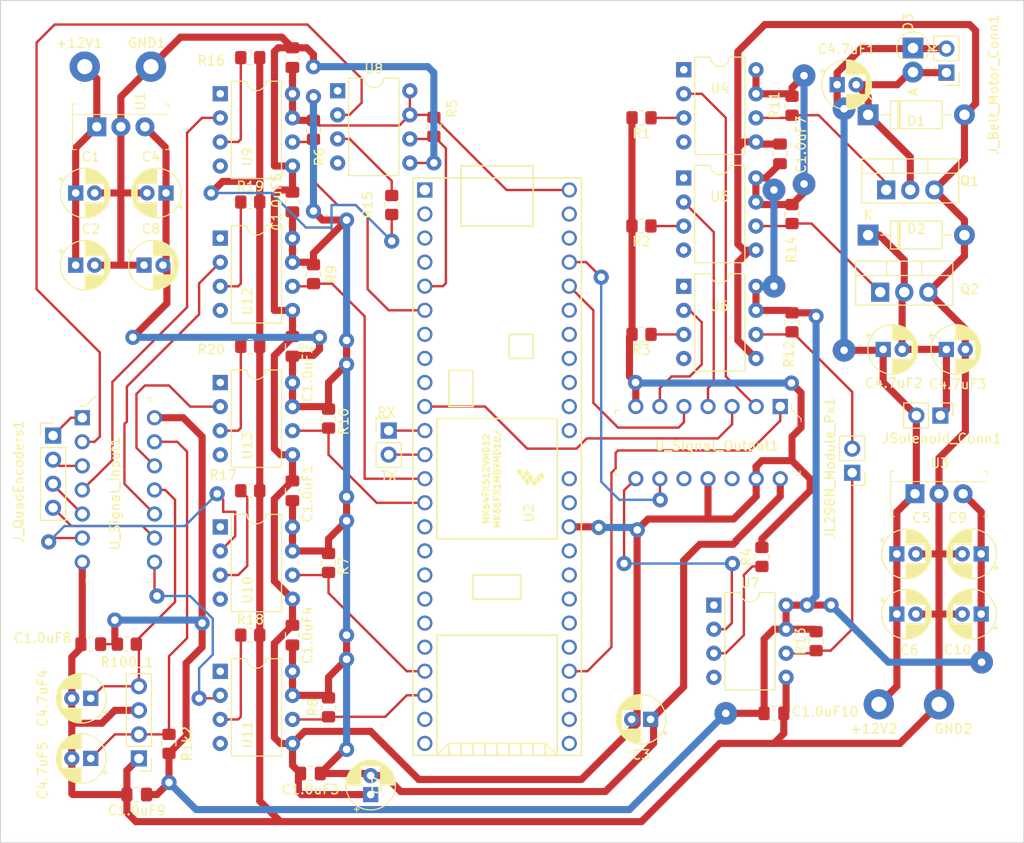
<source format=kicad_pcb>
(kicad_pcb (version 20221018) (generator pcbnew)
  (layers (0 "F.Cu" signal) (31 "B.Cu" signal) (34 "B.Paste" user) (35 "F.Paste" user) (36 "B.SilkS" user "B.Silkscreen") (37 "F.SilkS" user "F.Silkscreen") (38 "B.Mask" user) (39 "F.Mask" user) (44 "Edge.Cuts" user))
  (net 0 "")
  (net 1 "+12VA")
  (net 2 "GND1")
  (net 3 "+5VA")
  (net 4 "+5V")
  (net 5 "GND2")
  (net 6 "+12V")
  (net 7 "Net-(D1-K)")
  (net 8 "Net-(C4.7uF4-Pad1)")
  (net 9 "Net-(C4.7uF5-Pad1)")
  (net 10 "Net-(D2-K)")
  (net 11 "Net-(J1-Pin_1)")
  (net 12 "Net-(J_QuadEncoders1-Pad1)")
  (net 13 "Net-(J_QuadEncoders1-Pad2)")
  (net 14 "Net-(J_QuadEncoders1-Pad3)")
  (net 15 "Net-(J_QuadEncoders1-Pad4)")
  (net 16 "Net-(J1-Pin_2)")
  (net 17 "Net-(JL298N_Module_Px1-Pin_1)")
  (net 18 "Net-(JL298N_Module_Px1-Pin_2)")
  (net 19 "/QuadDecode1A_Px")
  (net 20 "/QuadDecode1B_Px")
  (net 21 "/QuadDecode2A_Py")
  (net 22 "/QuadDecode2B_Py")
  (net 23 "/Px_Limit_Left")
  (net 24 "/Px_Limit_Right")
  (net 25 "Net-(R15-Pad1)")
  (net 26 "Net-(R16-Pad1)")
  (net 27 "Net-(R17-Pad1)")
  (net 28 "Net-(R18-Pad1)")
  (net 29 "Net-(R19-Pad1)")
  (net 30 "Net-(R20-Pad1)")
  (net 31 "Net-(Q1-B)")
  (net 32 "Net-(Q2-B)")
  (net 33 "Net-(U4-C)")
  (net 34 "Net-(U5-C)")
  (net 35 "Net-(U6-C)")
  (net 36 "Net-(U7-C)")
  (net 37 "/pg2/QuadDecode1A_Px")
  (net 38 "/Belt_Motor")
  (net 39 "Net-(U8-C)")
  (net 40 "/Print_Solenoid")
  (net 53 "/Px_Motor_Left")
  (net 54 "/Px_Motor_Right")
  (net 65 "Net-(U8-Pad2)")
  (net 67 "Net-(U9-Pad2)")
  (net 69 "Net-(U10-Pad2)")
  (net 71 "Net-(U11-Pad2)")
  (net 73 "Net-(U12-Pad2)")
  (net 75 "Net-(U13-Pad2)")
  (net 88 "Net-(U4-A)")
  (net 90 "Net-(U5-A)")
  (net 92 "Net-(U6-A)")
  (net 94 "Net-(U7-A)")
  (net 96 "Net-(U8-A)")
  (footprint "Capacitor_SMD:C_0805_2012Metric_Pad1.18x1.45mm_HandSolder" (layer "F.Cu") (at 130.4925 96.2025 90)
    (fp_text reference "C1.0uF1")
    (fp_text value "C_Small" hide)
  )
  (footprint "Capacitor_THT:CP_Radial_D5.0mm_P2.00mm" (layer "F.Cu") (at 168.277612 120.3325 180)
    (fp_text reference "C3")
    (fp_text value "C_Polarized")
  )
  (footprint "Capacitor_THT:CP_Radial_D5.0mm_P2.00mm" (layer "F.Cu") (at 138.7475 128.272613 90)
    (fp_text reference "C7")
    (fp_text value "C_Polarized")
  )
  (footprint "Capacitor_SMD:C_0805_2012Metric_Pad1.18x1.45mm_HandSolder" (layer "F.Cu") (at 109.22 112.395 180)
    (fp_text reference "C1.0uF8")
    (fp_text value "C_Small" hide)
  )
  (footprint "Package_DIP:DIP-8_W7.62mm" (layer "F.Cu") (at 122.8825 84.7825)
    (fp_text reference "U13")
    (fp_text value "6N137" hide)
  )
  (footprint "Resistor_SMD:R_0805_2012Metric_Pad1.20x1.40mm_HandSolder" (layer "F.Cu") (at 185.7375 112.0775 90)
    (fp_text reference "R13")
    (fp_text value "RESISTOR0805")
  )
  (footprint "Package_DIP:DIP-8_W7.62mm" (layer "F.Cu") (at 122.8825 54.3025)
    (fp_text reference "U9")
    (fp_text value "6N137" hide)
  )
  (footprint "Capacitor_SMD:C_0805_2012Metric_Pad1.18x1.45mm_HandSolder" (layer "F.Cu") (at 130.4925 111.4425 90)
    (fp_text reference "C1.0uF4")
    (fp_text value "C_Small" hide)
  )
  (footprint "Package_TO_SOT_THT:TO-220-3_Vertical" (layer "F.Cu") (at 192.5 75.24)
    (fp_text reference "Q2")
    (fp_text value "TIP41C")
  )
  (footprint "Capacitor_SMD:C_0805_2012Metric_Pad1.18x1.45mm_HandSolder" (layer "F.Cu") (at 181.9275 60.6425 90)
    (fp_text reference "C1.0uF7")
    (fp_text value "C_Small" hide)
  )
  (footprint "Package_DIP:DIP-8_W7.62mm" (layer "F.Cu") (at 135.265 53.985)
    (fp_text reference "U8")
    (fp_text value "6N137")
  )
  (footprint "Capacitor_THT:CP_Radial_D5.0mm_P2.00mm" (layer "F.Cu") (at 203.1525 109.22 180)
    (fp_text reference "C10")
    (fp_text value "C_Polarized" hide)
  )
  (footprint "digikey-footprints:DIP-14_W3mm" (layer "F.Cu") (at 181.9575 87.3125 -90)
    (fp_text reference "U_Signal_Output1")
    (fp_text value "SN74HC14N")
  )
  (footprint "Capacitor_SMD:C_0805_2012Metric_Pad1.18x1.45mm_HandSolder" (layer "F.Cu") (at 130.4925 65.7225 90)
    (fp_text reference "C1.0uF5")
    (fp_text value "C_Small" hide)
  )
  (footprint "Resistor_SMD:R_0805_2012Metric_Pad1.20x1.40mm_HandSolder" (layer "F.Cu") (at 167.3225 79.6925 180)
    (fp_text reference "R3")
    (fp_text value "RESISTOR0805" hide)
  )
  (footprint "Capacitor_SMD:C_0805_2012Metric_Pad1.18x1.45mm_HandSolder" (layer "F.Cu") (at 114.0675 128.27 180)
    (fp_text reference "C1.0uF9")
    (fp_text value "C_Small")
  )
  (footprint "digikey-footprints:TO-220-3" (layer "F.Cu") (at 196.1675 96.52)
    (fp_text reference "U3")
    (fp_text value "L7805CV")
  )
  (footprint "Package_DIP:DIP-8_W7.62mm" (layer "F.Cu") (at 171.7775 51.7625)
    (fp_text reference "U4")
    (fp_text value "6N137")
  )
  (footprint "Package_DIP:DIP-8_W7.62mm" (layer "F.Cu") (at 174.9525 108.2775)
    (fp_text reference "U7")
    (fp_text value "6N137")
  )
  (footprint "Connector_PinHeader_2.54mm:PinHeader_1x02_P2.54mm_Vertical" (layer "F.Cu") (at 198.855 88.265 -90)
    (fp_text reference "JSolenoid_Conn1")
    (fp_text value "Conn_01x02_Male" hide)
  )
  (footprint "digikey-footprints:TO-220-3" (layer "F.Cu") (at 109.855 57.785)
    (fp_text reference "U1")
    (fp_text value "L7805CV")
  )
  (footprint "Resistor_SMD:R_0805_2012Metric_Pad1.20x1.40mm_HandSolder" (layer "F.Cu") (at 180.0225 103.1875 90)
    (fp_text reference "R4")
    (fp_text value "RESISTOR0805")
  )
  (footprint "Diode_THT:D_DO-41_SOD81_P2.54mm_Vertical_AnodeUp" (layer "F.Cu") (at 195.961 49.474234 -90)
    (fp_text reference "D3")
    (fp_text value "1N4001")
  )
  (footprint "Capacitor_THT:CP_Radial_D5.0mm_P2.00mm" (layer "F.Cu") (at 107.629888 64.77)
    (fp_text reference "C1")
    (fp_text value "C_Polarized" hide)
  )
  (footprint "Connector_PinHeader_2.54mm:PinHeader_1x04_P2.54mm_Vertical" (layer "F.Cu") (at 114.3 124.46 180)
    (fp_text reference "J_Px_Limit_Switches_13Gnd1" hide)
    (fp_text value "Conn_01x04_Male" hide)
  )
  (footprint "Capacitor_THT:CP_Radial_D5.0mm_P2.00mm" (layer "F.Cu") (at 203.1525 102.87 180)
    (fp_text reference "C9")
    (fp_text value "C_Polarized" hide)
  )
  (footprint "Resistor_SMD:R_0805_2012Metric_Pad1.20x1.40mm_HandSolder" (layer "F.Cu") (at 167.3225 56.8325 180)
    (fp_text reference "R1")
    (fp_text value "RESISTOR0805" hide)
  )
  (footprint "Resistor_SMD:R_0805_2012Metric_Pad1.20x1.40mm_HandSolder" (layer "F.Cu") (at 167.3125 68.2525 180)
    (fp_text reference "R2")
    (fp_text value "RESISTOR0805" hide)
  )
  (footprint "Package_DIP:DIP-8_W7.62mm" (layer "F.Cu") (at 171.7775 74.6225)
    (fp_text reference "U6")
    (fp_text value "6N137")
  )
  (footprint "Package_DIP:DIP-8_W7.62mm" (layer "F.Cu") (at 171.7675 63.1825)
    (fp_text reference "U5")
    (fp_text value "6N137")
  )
  (footprint "Capacitor_SMD:C_0805_2012Metric_Pad1.18x1.45mm_HandSolder" (layer "F.Cu") (at 181.2925 119.6975)
    (fp_text reference "C1.0uF10")
    (fp_text value "C_Small")
  )
  (footprint "Capacitor_THT:CP_Radial_D5.0mm_P2.00mm" (layer "F.Cu") (at 117.160113 64.77 180)
    (fp_text reference "C4")
    (fp_text value "C_Polarized" hide)
  )
  (footprint "Package_DIP:DIP-8_W7.62mm" (layer "F.Cu") (at 122.8825 100.0225)
    (fp_text reference "U10")
    (fp_text value "6N137" hide)
  )
  (footprint "Package_DIP:DIP-8_W7.62mm" (layer "F.Cu") (at 122.8825 115.2625)
    (fp_text reference "U11")
    (fp_text value "6N137" hide)
  )
  (footprint "Resistor_SMD:R_0805_2012Metric_Pad1.20x1.40mm_HandSolder" (layer "F.Cu") (at 134.3025 88.5825 90)
    (fp_text reference "R10")
    (fp_text value "RESISTOR0805" hide)
  )
  (footprint "Resistor_SMD:R_0805_2012Metric_Pad1.20x1.40mm_HandSolder" (layer "F.Cu") (at 134.3025 119.0625 90)
    (fp_text reference "R8")
    (fp_text value "RESISTOR0805" hide)
  )
  (footprint "Resistor_SMD:R_0805_2012Metric_Pad1.20x1.40mm_HandSolder" (layer "F.Cu") (at 126.0475 50.4825)
    (fp_text reference "R16")
    (fp_text value "RESISTOR0805" hide)
  )
  (footprint "Capacitor_SMD:C_0805_2012Metric_Pad1.18x1.45mm_HandSolder" (layer "F.Cu") (at 132.3975 126.0475 180)
    (fp_text reference "C1.0uF3")
    (fp_text value "C_Small" hide)
  )
  (footprint "digikey-footprints:DIP-14_W3mm" (layer "F.Cu") (at 108.325244 88.494755)
    (fp_text reference "U_Signal_Input1")
    (fp_text value "SN74HC14N")
  )
  (footprint "Resistor_SMD:R_0805_2012Metric_Pad1.20x1.40mm_HandSolder" (layer "F.Cu") (at 126.0475 96.2025)
    (fp_text reference "R17")
    (fp_text value "RESISTOR0805" hide)
  )
  (footprint "Capacitor_SMD:C_0805_2012Metric_Pad1.18x1.45mm_HandSolder" (layer "F.Cu") (at 130.4925 80.9625 90)
    (fp_text reference "C1.0uF2")
    (fp_text value "C_Small")
  )
  (footprint "Resistor_SMD:R_0805_2012Metric_Pad1.20x1.40mm_HandSolder" (layer "F.Cu") (at 113.03 112.395 180)
    (fp_text reference "R100_1")
    (fp_text value "RESISTOR0805" hide)
  )
  (footprint "Capacitor_THT:CP_Radial_D5.0mm_P2.00mm" (layer "F.Cu") (at 107.629888 72.39)
    (fp_text reference "C2")
    (fp_text value "C_Polarized" hide)
  )
  (footprint "Connector_PinHeader_2.54mm:PinHeader_1x02_P2.54mm_Vertical" (layer "F.Cu") (at 140.6525 89.8525)
    (fp_text reference "J1" hide)
    (fp_text value "Serial Connector" hide)
  )
  (footprint "Resistor_SMD:R_0805_2012Metric_Pad1.20x1.40mm_HandSolder" (layer "F.Cu") (at 126.0475 80.9625)
    (fp_text reference "R20")
    (fp_text value "RESISTOR0805" hide)
  )
  (footprint "Package_DIP:DIP-8_W7.62mm" (layer "F.Cu") (at 122.8825 69.5425)
    (fp_text reference "U12")
    (fp_text value "6N137" hide)
  )
  (footprint "Diode_THT:D_DO-41_SOD81_P10.16mm_Horizontal" (layer "F.Cu") (at 191.23 56.515)
    (fp_text reference "D1")
    (fp_text value "1N4002")
  )
  (footprint "Resistor_SMD:R_0805_2012Metric_Pad1.20x1.40mm_HandSolder" (layer "F.Cu") (at 126.0475 111.4425)
    (fp_text reference "R18")
    (fp_text value "RESISTOR0805" hide)
  )
  (footprint "Resistor_SMD:R_0805_2012Metric_Pad1.20x1.40mm_HandSolder" (layer "F.Cu") (at 132.715 73.3425 90)
    (fp_text reference "R9")
    (fp_text value "RESISTOR0805" hide)
  )
  (footprint "Capacitor_THT:CP_Radial_D5.0mm_P2.00mm" (layer "F.Cu") (at 199.485 81.28)
    (fp_text reference "C4.7uF3")
    (fp_text value "C_Polarized" hide)
  )
  (footprint "Resistor_SMD:R_0805_2012Metric_Pad1.20x1.40mm_HandSolder" (layer "F.Cu") (at 134.3025 103.8225 90)
    (fp_text reference "R7")
    (fp_text value "RESISTOR0805" hide)
  )
  (footprint "Resistor_SMD:R_0805_2012Metric_Pad1.20x1.40mm_HandSolder" (layer "F.Cu") (at 183.1975 66.9925 90)
    (fp_text reference "R14")
    (fp_text value "RESISTOR0805" hide)
  )
  (footprint "Resistor_SMD:R_0805_2012Metric_Pad1.20x1.40mm_HandSolder" (layer "F.Cu") (at 126.0475 65.7225)
    (fp_text reference "R19")
    (fp_text value "RESISTOR0805" hide)
  )
  (footprint "Capacitor_THT:CP_Radial_D5.0mm_P2.00mm" (layer "F.Cu") (at 194.2625 109.22)
    (fp_text reference "C6")
    (fp_text value "C_Polarized" hide)
  )
  (footprint "Capacitor_THT:CP_Radial_D5.0mm_P2.00mm" (layer "F.Cu") (at 194.2625 102.87)
    (fp_text reference "C5")
    (fp_text value "C_Polarized" hide)
  )
  (footprint "Capacitor_SMD:C_0805_2012Metric_Pad1.18x1.45mm_HandSolder" (layer "F.Cu") (at 130.4925 50.4825 90)
    (fp_text reference "C1.0uF6" hide)
    (fp_text value "C_Small" hide)
  )
  (footprint "Capacitor_THT:CP_Radial_D5.0mm_P2.00mm" (layer "F.Cu") (at 187.96 53.34)
    (fp_text reference "C4.7uF1")
    (fp_text value "C_Polarized" hide)
  )
  (footprint "teensy:Teensy35_36" (layer "F.Cu") (at 152.0825 93.6625 -90)
    (fp_text reference "U2")
    (fp_text value "Teensy3.5")
  )
  (footprint "Resistor_SMD:R_0805_2012Metric_Pad1.20x1.40mm_HandSolder" (layer "F.Cu") (at 183.1975 78.4225 90)
    (fp_text reference "R12")
    (fp_text value "RESISTOR0805" hide)
  )
  (footprint "Capacitor_THT:CP_Radial_D5.0mm_P2.00mm" (layer "F.Cu") (at 109.22 118.11 180)
    (fp_text reference "C4.7uF4")
    (fp_text value "C_Polarized" hide)
  )
  (footprint "Resistor_SMD:R_0805_2012Metric_Pad1.20x1.40mm_HandSolder" (layer "F.Cu") (at 140.97 66.04 -90)
    (fp_text reference "R15")
    (fp_text value "RESISTOR0805" hide)
  )
  (footprint "Connector_PinHeader_2.54mm:PinHeader_1x02_P2.54mm_Vertical" (layer "F.Cu") (at 199.485 52.07 180)
    (fp_text reference "J_Belt_Motor_Conn1")
    (fp_text value "Conn_01x02_Male" hide)
  )
  (footprint "Resistor_SMD:R_0805_2012Metric_Pad1.20x1.40mm_HandSolder" (layer "F.Cu") (at 183.1975 55.5625 90)
    (fp_text reference "R11")
    (fp_text value "RESISTOR0805" hide)
  )
  (footprint "Resistor_SMD:R_0805_2012Metric_Pad1.20x1.40mm_HandSolder" (layer "F.Cu") (at 132.715 58.1025 90)
    (fp_text reference "R6")
    (fp_text value "RESISTOR0805" hide)
  )
  (footprint "Capacitor_THT:CP_Radial_D5.0mm_P2.00mm" (layer "F.Cu") (at 114.84 72.39)
    (fp_text reference "C8")
    (fp_text value "C_Polarized" hide)
  )
  (footprint "Connector_PinHeader_2.54mm:PinHeader_1x02_P2.54mm_Vertical" (layer "F.Cu") (at 189.5475 94.3025 180)
    (fp_text reference "JL298N_Module_Px1")
    (fp_text value "Conn_01x02_Male" hide)
  )
  (footprint "Capacitor_THT:CP_Radial_D5.0mm_P2.00mm" (layer "F.Cu") (at 109.22 124.46 180)
    (fp_text reference "C4.7uF5")
    (fp_text value "C_Polarized" hide)
  )
  (footprint "Resistor_SMD:R_0805_2012Metric_Pad1.20x1.40mm_HandSolder" (layer "F.Cu") (at 117.475 122.92 -90)
    (fp_text reference "R1k2")
    (fp_text value "RESISTOR0805" hide)
  )
  (footprint "Resistor_SMD:R_0805_2012Metric_Pad1.20x1.40mm_HandSolder" (layer "F.Cu") (at 145.415 57.785 90)
    (fp_text reference "R5")
    (fp_text value "RESISTOR0805" hide)
  )
  (footprint "Capacitor_THT:CP_Radial_D5.0mm_P2.00mm" (layer "F.Cu") (at 192.814888 81.28)
    (fp_text reference "C4.7uF2")
    (fp_text value "C_Polarized" hide)
  )
  (footprint "Diode_THT:D_DO-41_SOD81_P10.16mm_Horizontal" (layer "F.Cu") (at 191.23 69.215)
    (fp_text reference "D2")
    (fp_text value "1N4002")
  )
  (footprint "Connector_PinHeader_2.54mm:PinHeader_1x04_P2.54mm_Vertical" (layer "F.Cu") (at 105.245244 90.382255)
    (fp_text reference "J_QuadEncoders1")
    (fp_text value "Conn_01x04_Male")
  )
  (footprint "Package_TO_SOT_THT:TO-220-3_Vertical" (layer "F.Cu") (at 193.135 64.445)
    (fp_text reference "Q1")
    (fp_text value "TIP41C")
  )
  (gr_rect (start 99.695 44.45) (end 207.645 133.35) (stroke (width 0.1)) (fill none) (layer "Edge.Cuts"))
  (gr_text "+12V2" (at 189.23 121.92) (layer "F.SilkS") (effects (font (size 1 1)) (justify left bottom)))
  (gr_text "RX" (at 139.3225 88.5225) (layer "F.SilkS") (effects (font (size 1 1)) (justify left bottom)))
  (gr_text "GND2" (at 198.12 121.92) (layer "F.SilkS") (effects (font (size 1 1)) (justify left bottom)))
  (gr_text "TX" (at 139.7 95.25) (layer "F.SilkS") (effects (font (size 1 1)) (justify left bottom)))
  (gr_text "+12V1" (at 105.41 49.53) (layer "F.SilkS") (effects (font (size 1 1)) (justify left bottom)))
  (gr_text "GND1" (at 113.03 49.53) (layer "F.SilkS") (effects (font (size 1 1)) (justify left bottom)))
  (segment (start 109.855 57.785) (end 109.855 52.705) (width 0.75) (layer "F.Cu") (net 1))
  (segment (start 107.629888 72.39) (end 107.629888 64.77) (width 0.75) (layer "F.Cu") (net 1))
  (segment (start 109.855 52.705) (end 108.585 51.435) (width 0.75) (layer "F.Cu") (net 1))
  (segment (start 107.629888 64.77) (end 107.629888 60.010112) (width 0.75) (layer "F.Cu") (net 1))
  (segment (start 107.629888 60.010112) (end 109.855 57.785) (width 0.75) (layer "F.Cu") (net 1))
  (via (at 108.585 51.435) (size 3.2) (drill 1.6) (layers "F.Cu" "B.Cu") (net 1))
  (segment (start 129.2225 64.4525) (end 130.26 64.4525) (width 0.75) (layer "F.Cu") (net 2))
  (segment (start 112.395 57.785) (end 112.395 54.61) (width 0.75) (layer "F.Cu") (net 2))
  (segment (start 115.160113 64.77) (end 112.395 64.77) (width 0.75) (layer "F.Cu") (net 2))
  (segment (start 179.4175 94.9325) (end 179.4175 96.8075) (width 0.75) (layer "F.Cu") (net 2))
  (segment (start 142.885 61.605) (end 145.405 61.605) (width 0.25) (layer "F.Cu") (net 2))
  (segment (start 143.8275 126.6825) (end 138.7475 121.6025) (width 0.75) (layer "F.Cu") (net 2))
  (segment (start 166.7175 87.3125) (end 166.7175 84.8025) (width 0.75) (layer "F.Cu") (net 2))
  (segment (start 131.1275 127.9525) (end 131.1275 126.28) (width 0.75) (layer "F.Cu") (net 2))
  (segment (start 166.3125 56.8425) (end 166.3225 56.8325) (width 0.75) (layer "F.Cu") (net 2))
  (segment (start 115.249888 72.39) (end 112.507556 72.39) (width 0.75) (layer "F.Cu") (net 2))
  (segment (start 166.0525 84.1375) (end 166.0525 79.9625) (width 0.75) (layer "F.Cu") (net 2))
  (segment (start 129.2325 122.8825) (end 128.5875 122.2375) (width 0.75) (layer "F.Cu") (net 2))
  (segment (start 174.371 99.187) (end 174.3375 99.1535) (width 0.75) (layer "F.Cu") (net 2))
  (segment (start 109.629888 64.77) (end 112.395 64.77) (width 0.75) (layer "F.Cu") (net 2))
  (segment (start 185.1025 96.2025) (end 185.1025 94.9325) (width 0.75) (layer "F.Cu") (net 2))
  (segment (start 166.856 100.352) (end 166.856 120.799) (width 0.75) (layer "F.Cu") (net 2))
  (segment (start 168.021 99.187) (end 166.878 100.33) (width 0.75) (layer "F.Cu") (net 2))
  (segment (start 112.395 72.277444) (end 112.282444 72.39) (width 0.75) (layer "F.Cu") (net 2))
  (segment (start 180.0225 93.0275) (end 179.3875 93.6625) (width 0.75) (layer "F.Cu") (net 2))
  (segment (start 128.5875 97.07) (end 130.4925 95.165) (width 0.75) (layer "F.Cu") (net 2))
  (segment (start 130.4925 80.021453) (end 130.4925 79.925) (width 0.75) (layer "F.Cu") (net 2))
  (segment (start 179.3875 93.6625) (end 179.4175 93.6925) (width 0.75) (layer "F.Cu") (net 2))
  (segment (start 130.5025 125.19) (end 130.5025 122.8825) (width 0.75) (layer "F.Cu") (net 2))
  (segment (start 166.7175 84.8025) (end 166.6875 84.7725) (width 0.75) (layer "F.Cu") (net 2))
  (segment (start 131.995 49.445) (end 132.715 50.165) (width 0.75) (layer "F.Cu") (net 2))
  (segment (start 130.4925 49.445) (end 131.995 49.445) (width 0.75) (layer "F.Cu") (net 2))
  (segment (start 183.1975 90.4875) (end 184.15 89.535) (width 0.75) (layer "F.Cu") (net 2))
  (segment (start 131.1275 127.9525) (end 131.447613 128.272613) (width 0.75) (layer "F.Cu") (net 2))
  (segment (start 128.5875 65.0875) (end 129.2225 64.4525) (width 0.75) (layer "F.Cu") (net 2))
  (segment (start 183.1975 93.0275) (end 183.1975 90.4875) (width 0.75) (layer "F.Cu") (net 2))
  (segment (start 130.5025 61.9225) (end 128.5975 61.9225) (width 0.75) (layer "F.Cu") (net 2))
  (segment (start 166.3225 68.2625) (end 166.3125 68.2525) (width 0.75) (layer "F.Cu") (net 2))
  (segment (start 162.2425 100.0125) (end 159.7025 100.0125) (width 0.75) (layer "F.Cu") (net 2))
  (segment (start 180.0225 102.1875) (end 180.0225 101.2825) (width 0.75) (layer "F.Cu") (net 2))
  (segment (start 128.5875 105.7275) (end 128.5875 97.07) (width 0.75) (layer "F.Cu") (net 2))
  (segment (start 183.1975 93.0275) (end 180.0225 93.0275) (width 0.75) (layer "F.Cu") (net 2))
  (segment (start 131.447613 128.272613) (end 138.7475 128.272613) (width 0.75) (layer "F.Cu") (net 2))
  (segment (start 131.7825 121.6025) (end 130.5025 122.8825) (width 0.75) (layer "F.Cu") (net 2))
  (segment (start 162.814 100.076) (end 162.8775 100.0125) (width 0.75) (layer "F.Cu") (net 2))
  (segment (start 138.7475 121.6025) (end 131.7825 121.6025) (width 0.75) (layer "F.Cu") (net 2))
  (segment (start 166.0525 79.9625) (end 166.3225 79.6925) (width 0.75) (layer "F.Cu") (net 2))
  (segment (start 179.4175 93.6925) (end 179.4175 94.9325) (width 0.75) (layer "F.Cu") (net 2))
  (segment (start 130.5025 79.915) (end 130.5025 77.1625) (width 0.75) (layer "F.Cu") (net 2))
  (segment (start 162.814 100.076) (end 162.306 100.076) (width 0.75) (layer "F.Cu") (net 2))
  (segment (start 166.878 100.33) (end 166.856 100.352) (width 0.75) (layer "F.Cu") (net 2))
  (segment (start 174.371 99.187) (end 168.021 99.187) (width 0.75) (layer "F.Cu") (net 2))
  (segment (start 128.99 49.445) (end 130.4925 49.445) (width 0.75) (layer "F.Cu") (net 2))
  (segment (start 130.5025 77.1625) (end 128.5975 77.1625) (width 0.75) (layer "F.Cu") (net 2))
  (segment (start 130.5025 95.155) (end 130.4925 95.165) (width 0.75) (layer "F.Cu") (net 2))
  (segment (start 132.715 50.165) (end 132.715 51.435) (width 0.75) (layer "F.Cu") (net 2))
  (segment (start 128.5875 122.2375) (end 128.5875 112.31) (width 0.75) (layer "F.Cu") (net 2))
  (segment (start 128.5875 112.31) (end 130.4925 110.405) (width 0.75) (layer "F.Cu") (net 2))
  (segment (start 179.4175 96.8075) (end 177.038 99.187) (width 0.75) (layer "F.Cu") (net 2))
  (segment (start 130.4925 64.685) (end 130.5025 64.675) (width 0.75) (layer "F.Cu") (net 2))
  (segment (start 184.15 85.852) (end 183.134 84.836) (width 0.75) (layer "F.Cu") (net 2))
  (segment (start 130.5025 107.6425) (end 128.5875 105.7275) (width 0.75) (layer "F.Cu") (net 2))
  (segment (start 128.5875 77.1525) (end 128.5875 65.0875) (width 0.75) (layer "F.Cu") (net 2))
  (segment (start 166.3125 68.2525) (end 166.3125 56.8425) (width 0.75) (layer "F.Cu") (net 2))
  (segment (start 131.36 126.0475) (end 130.5025 125.19) (width 0.75) (layer "F.Cu") (net 2))
  (segment (start 130.5025 64.675) (end 130.5025 61.9225) (width 0.75) (layer "F.Cu") (net 2))
  (segment (start 166.856 120.799) (end 160.9725 126.6825) (width 0.75) (layer "F.Cu") (net 2))
  (segment (start 130.4925 79.925) (end 130.5025 79.915) (width 0.75) (layer "F.Cu") (net 2))
  (segment (start 174.3375 99.1535) (end 174.3375 94.9325) (width 0.75) (layer "F.Cu") (net 2))
  (segment (start 128.5975 61.9225) (end 128.5975 49.8375) (width 0.75) (layer "F.Cu") (net 2))
  (segment (start 162.306 100.076) (end 162.2425 100.0125) (width 0.75) (layer "F.Cu") (net 2))
  (segment (start 118.68048 48.32452) (end 129.37202 48.32452) (width 0.75) (layer "F.Cu") (net 2))
  (segment (start 130.26 64.4525) (end 130.4925 64.685) (width 0.75) (layer "F.Cu") (net 2))
  (segment (start 130.5025 110.395) (end 130.5025 107.6425) (width 0.75) (layer "F.Cu") (net 2))
  (segment (start 160.9725 126.6825) (end 143.8275 126.6825) (width 0.75) (layer "F.Cu") (net 2))
  (segment (start 129.2325 92.4025) (end 128.5875 91.7575) (width 0.75) (layer "F.Cu") (net 2))
  (segment (start 166.3225 79.6925) (end 166.3225 68.2625) (width 0.75) (layer "F.Cu") (net 2))
  (segment (start 129.37202 48.32452) (end 130.4925 49.445) (width 0.75) (layer "F.Cu") (net 2))
  (segment (start 109.629888 72.39) (end 112.282444 72.39) (width 0.75) (layer "F.Cu") (net 2))
  (segment (start 130.5025 122.8825) (end 129.2325 122.8825) (width 0.75) (layer "F.Cu") (net 2))
  (segment (start 115.57 51.435) (end 118.68048 48.32452) (width 0.75) (layer "F.Cu") (net 2))
  (segment (start 177.038 99.187) (end 174.371 99.187) (width 0.75) (layer "F.Cu") (net 2))
  (segment (start 112.395 64.77) (end 112.395 57.785) (width 0.75) (layer "F.Cu") (net 2))
  (segment (start 180.0225 101.2825) (end 185.1025 96.2025) (width 0.75) (layer "F.Cu") (net 2))
  (segment (start 185.1025 94.9325) (end 183.1975 93.0275) (width 0.75) (layer "F.Cu") (net 2))
  (segment (start 128.5975 49.8375) (end 128.99 49.445) (width 0.75) (layer "F.Cu") (net 2))
  (segment (start 130.5025 92.4025) (end 130.5025 95.155) (width 0.75) (layer "F.Cu") (net 2))
  (segment (start 130.5025 92.4025) (end 129.2325 92.4025) (width 0.75) (layer "F.Cu") (net 2))
  (segment (start 128.5975 77.1625) (end 128.5875 77.1525) (width 0.75) (layer "F.Cu") (net 2))
  (segment (start 145.405 61.605) (end 145.415 61.595) (width 0.25) (layer "F.Cu") (net 2))
  (segment (start 184.15 89.535) (end 184.15 85.852) (width 0.75) (layer "F.Cu") (net 2))
  (segment (start 166.6875 84.7725) (end 166.0525 84.1375) (width 0.75) (layer "F.Cu") (net 2))
  (segment (start 130.4925 110.405) (end 130.5025 110.395) (width 0.75) (layer "F.Cu") (net 2))
  (segment (start 112.395 54.61) (end 115.57 51.435) (width 0.75) (layer "F.Cu") (net 2))
  (segment (start 128.5875 91.7575) (end 128.5875 81.926453) (width 0.75) (layer "F.Cu") (net 2))
  (segment (start 131.1275 126.28) (end 131.36 126.0475) (width 0.75) (layer "F.Cu") (net 2))
  (segment (start 112.395 64.77) (end 112.395 72.277444) (width 0.75) (layer "F.Cu") (net 2))
  (segment (start 128.5875 81.926453) (end 130.4925 80.021453) (width 0.75) (layer "F.Cu") (net 2))
  (via (at 162.814 100.076) (size 1.6) (drill 0.8) (layers "F.Cu" "B.Cu") (net 2))
  (via (at 145.415 61.595) (size 1.6) (drill 0.8) (layers "F.Cu" "B.Cu") (net 2))
  (via (at 132.715 51.435) (size 1.6) (drill 0.8) (layers "F.Cu" "B.Cu") (net 2))
  (via (at 166.878 100.33) (size 1.6) (drill 0.8) (layers "F.Cu" "B.Cu") (net 2))
  (via (at 183.134 84.836) (size 1.6) (drill 0.8) (layers "F.Cu" "B.Cu") (net 2))
  (via (at 166.6875 84.7725) (size 1.6) (drill 0.8) (layers "F.Cu" "B.Cu") (net 2))
  (via (at 115.57 51.435) (size 3.2) (drill 1.6) (layers "F.Cu" "B.Cu") (net 2))
  (segment (start 132.715 51.435) (end 144.78 51.435) (width 0.75) (layer "B.Cu") (net 2))
  (segment (start 145.415 52.07) (end 145.415 61.595) (width 0.75) (layer "B.Cu") (net 2))
  (segment (start 166.624 100.076) (end 162.814 100.076) (width 0.75) (layer "B.Cu") (net 2))
  (segment (start 166.878 100.33) (end 166.624 100.076) (width 0.75) (layer "B.Cu") (net 2))
  (segment (start 183.134 84.836) (end 166.751 84.836) (width 0.75) (layer "B.Cu") (net 2))
  (segment (start 166.751 84.836) (end 166.6875 84.7725) (width 0.75) (layer "B.Cu") (net 2))
  (segment (start 144.78 51.435) (end 145.415 52.07) (width 0.75) (layer "B.Cu") (net 2))
  (segment (start 134.3025 115.8875) (end 136.2075 113.9825) (width 0.75) (layer "F.Cu") (net 3))
  (segment (start 168.5925 120.0785) (end 168.5925 122.8725) (width 0.75) (layer "F.Cu") (net 3))
  (segment (start 140.242613 126.272613) (end 138.7475 126.272613) (width 0.75) (layer "F.Cu") (net 3))
  (segment (start 130.5025 102.5625) (end 130.5025 100.0225) (width 0.75) (layer "F.Cu") (net 3))
  (segment (start 130.4925 82) (end 130.5775 81.915) (width 0.75) (layer "F.Cu") (net 3))
  (segment (start 181.9575 96.8075) (end 177.292 101.473) (width 0.75) (layer "F.Cu") (net 3))
  (segment (start 163.5125 127.9525) (end 141.9225 127.9525) (width 0.75) (layer "F.Cu") (net 3))
  (segment (start 130.5025 117.8025) (end 134.0425 117.8025) (width 0.75) (layer "F.Cu") (net 3))
  (segment (start 130.5025 102.5625) (end 134.0425 102.5625) (width 0.75) (layer "F.Cu") (net 3))
  (segment (start 142.885 56.525) (end 142.885 53.985) (width 0.25) (layer "F.Cu") (net 3))
  (segment (start 171.7675 103.5685) (end 171.7675 116.9035) (width 0.75) (layer "F.Cu") (net 3))
  (segment (start 176.998456 101.854) (end 173.482 101.854) (width 0.75) (layer "F.Cu") (net 3))
  (segment (start 130.5025 56.8425) (end 130.5025 54.3025) (width 0.75) (layer "F.Cu") (net 3))
  (segment (start 130.4925 66.76) (end 130.5025 66.77) (width 0.75) (layer "F.Cu") (net 3))
  (segment (start 136.2075 113.9825) (end 136.2075 111.4425) (width 0.75) (layer "F.Cu") (net 3))
  (segment (start 134.3025 101.2825) (end 136.2075 99.3775) (width 0.75) (layer "F.Cu") (net 3))
  (segment (start 136.2075 123.5075) (end 135.975 123.5075) (width 0.75) (layer "F.Cu") (net 3))
  (segment (start 117.160113 72.300225) (end 117.249888 72.39) (width 0.75) (layer "F.Cu") (net 3))
  (segment (start 117.160113 60.010113) (end 117.160113 64.77) (width 0.75) (layer "F.Cu") (net 3))
  (segment (start 130.5025 82.01) (end 130.5025 84.7825) (width 0.75) (layer "F.Cu") (net 3))
  (segment (start 135.975 123.5075) (end 133.435 126.0475) (width 0.75) (layer "F.Cu") (net 3))
  (segment (start 130.5025 117.8025) (end 130.5025 115.2625) (width 0.75) (layer "F.Cu") (net 3))
  (segment (start 117.249888 72.39) (end 117.249888 76.425112) (width 0.75) (layer "F.Cu") (net 3))
  (segment (start 134.3025 84.7725) (end 136.2075 82.8675) (width 0.75) (layer "F.Cu") (net 3))
  (segment (start 132.715 71.12) (end 136.2075 67.6275) (width 0.75) (layer "F.Cu") (net 3))
  (segment (start 117.249888 76.425112) (end 113.665 80.01) (width 0.75) (layer "F.Cu") (net 3))
  (segment (start 177.292 101.560456) (end 176.998456 101.854) (width 0.75) (layer "F.Cu") (net 3))
  (segment (start 130.5025 87.3225) (end 130.5025 84.7825) (width 0.75) (layer "F.Cu") (net 3))
  (segment (start 136.2075 67.6275) (end 133.6675 67.6275) (width 0.75) (layer "F.Cu") (net 3))
  (segment (start 130.5025 115.2625) (end 130.5025 112.49) (width 0.75) (layer "F.Cu") (net 3))
  (segment (start 133.262011 57.649511) (end 132.715 57.1025) (width 0.25) (layer "F.Cu") (net 3))
  (segment (start 142.885 56.525) (end 141.760489 57.649511) (width 0.25) (layer "F.Cu") (net 3))
  (segment (start 130.5025 72.0825) (end 130.5025 69.5425) (width 0.75) (layer "F.Cu") (net 3))
  (segment (start 136.2075 99.3775) (end 136.2075 96.8375) (width 0.75) (layer "F.Cu") (net 3))
  (segment (start 141.9225 127.9525) (end 140.242613 126.272613) (width 0.75) (layer "F.Cu") (net 3))
  (segment (start 130.7625 57.1025) (end 130.5025 56.8425) (width 0.75) (layer "F.Cu") (net 3))
  (segment (start 130.5025 51.53) (end 130.5025 54.3025) (width 0.75) (layer "F.Cu") (net 3))
  (segment (start 132.715 57.1025) (end 130.7625 57.1025) (width 0.75) (layer "F.Cu") (net 3))
  (segment (start 130.5025 87.3225) (end 134.0425 87.3225) (width 0.75) (layer "F.Cu") (net 3))
  (segment (start 134.3025 87.5825) (end 134.3025 84.7725) (width 0.75) (layer "F.Cu") (net 3))
  (segment (start 117.160113 64.77) (end 117.160113 72.300225) (width 0.75) (layer "F.Cu") (net 3))
  (segment (start 177.292 101.473) (end 177.292 101.560456) (width 0.75) (layer "F.Cu") (net 3))
  (segment (start 130.5025 72.0825) (end 132.455 72.0825) (width 0.75) (layer "F.Cu") (net 3))
  (segment (start 141.760489 57.649511) (end 133.262011 57.649511) (width 0.25) (layer "F.Cu") (net 3))
  (segment (start 132.715 54.61) (end 132.715 57.1025) (width 0.75) (layer "F.Cu") (net 3))
  (segment (start 138.522387 126.0475) (end 138.7475 126.272613) (width 0.75) (layer "F.Cu") (net 3))
  (segment (start 145.415 56.785) (end 153.0825 64.4525) (width 0.25) (layer "F.Cu") (net 3))
  (segment (start 134.3025 118.0625) (end 134.3025 115.8875) (width 0.75) (layer "F.Cu") (net 3))
  (segment (start 132.715 72.3425) (end 132.715 71.12) (width 0.75) (layer "F.Cu") (net 3))
  (segment (start 130.5025 112.49) (end 130.4925 112.48) (width 0.75) (layer "F.Cu") (net 3))
  (segment (start 136.2075 82.8675) (end 136.2075 80.3275) (width 0.75) (layer "F.Cu") (net 3))
  (segment (start 173.482 101.854) (end 171.7675 103.5685) (width 0.75) (layer "F.Cu") (net 3))
  (segment (start 134.0425 87.3225) (end 134.3025 87.5825) (width 0.75) (layer "F.Cu") (net 3))
  (segment (start 171.7675 116.9035) (end 168.5925 120.0785) (width 0.75) (layer "F.Cu") (net 3))
  (segment (start 133.35 81.28) (end 133.35 80.01) (width 0.75) (layer "F.Cu") (net 3))
  (segment (start 114.935 57.785) (end 117.160113 60.010113) (width 0.75) (layer "F.Cu") (net 3))
  (segment (start 133.6675 67.6275) (end 132.715 66.675) (width 0.75) (layer "F.Cu") (net 3))
  (segment (start 134.0425 117.8025) (end 134.3025 118.0625) (width 0.75) (layer "F.Cu") (net 3))
  (segment (start 130.5025 66.77) (end 130.5025 69.5425) (width 0.75) (layer "F.Cu") (net 3))
  (segment (start 130.4925 82) (end 130.5025 82.01) (width 0.75) (layer "F.Cu") (net 3))
  (segment (start 133.435 126.0475) (end 138.522387 126.0475) (width 0.75) (layer "F.Cu") (net 3))
  (segment (start 181.9575 94.9325) (end 181.9575 96.8075) (width 0.75) (layer "F.Cu") (net 3))
  (segment (start 130.5025 97.25) (end 130.4925 97.24) (width 0.75) (layer "F.Cu") (net 3))
  (segment (start 130.5025 100.0225) (end 130.5025 97.25) (width 0.75) (layer "F.Cu") (net 3))
  (segment (start 134.0425 102.5625) (end 134.3025 102.8225) (width 0.75) (layer "F.Cu") (net 3))
  (segment (start 132.715 81.915) (end 133.35 81.28) (width 0.75) (layer "F.Cu") (net 3))
  (segment (start 168.5925 122.8725) (end 163.5125 127.9525) (width 0.75) (layer "F.Cu") (net 3))
  (segment (start 142.885 56.525) (end 145.155 56.525) (width 0.25) (layer "F.Cu") (net 3))
  (segment (start 130.5775 81.915) (end 132.715 81.915) (width 0.75) (layer "F.Cu") (net 3))
  (segment (start 134.3025 102.8225) (end 134.3025 101.2825) (width 0.75) (layer "F.Cu") (net 3))
  (segment (start 132.455 72.0825) (end 132.715 72.3425) (width 0.75) (layer "F.Cu") (net 3))
  (segment (start 145.155 56.525) (end 145.415 56.785) (width 0.25) (layer "F.Cu") (net 3))
  (segment (start 130.4925 51.52) (end 130.5025 51.53) (width 0.75) (layer "F.Cu") (net 3))
  (segment (start 153.0825 64.4525) (end 159.7025 64.4525) (width 0.25) (layer "F.Cu") (net 3))
  (via (at 136.2075 111.4425) (size 1.6) (drill 0.8) (layers "F.Cu" "B.Cu") (net 3))
  (via (at 132.715 66.675) (size 1.6) (drill 0.8) (layers "F.Cu" "B.Cu") (net 3))
  (via (at 136.2075 67.6275) (size 1.6) (drill 0.8) (layers "F.Cu" "B.Cu") (net 3))
  (via (at 136.2075 113.9825) (size 1.6) (drill 0.8) (layers "F.Cu" "B.Cu") (net 3))
  (via (at 113.665 80.01) (size 1.6) (drill 0.8) (layers "F.Cu" "B.Cu") (net 3))
  (via (at 133.35 80.01) (size 1.6) (drill 0.8) (layers "F.Cu" "B.Cu") (net 3))
  (via (at 136.2075 123.5075) (size 1.6) (drill 0.8) (layers "F.Cu" "B.Cu") (net 3))
  (via (at 136.2075 82.8675) (size 1.6) (drill 0.8) (layers "F.Cu" "B.Cu") (net 3))
  (via (at 136.2075 96.8375) (size 1.6) (drill 0.8) (layers "F.Cu" "B.Cu") (net 3))
  (via (at 136.2075 80.3275) (size 1.6) (drill 0.8) (layers "F.Cu" "B.Cu") (net 3))
  (via (at 136.2075 99.3775) (size 1.6) (drill 0.8) (layers "F.Cu" "B.Cu") (net 3))
  (via (at 132.715 54.61) (size 1.6) (drill 0.8) (layers "F.Cu" "B.Cu") (net 3))
  (segment (start 136.2075 82.8675) (end 136.2075 96.8375) (width 0.75) (layer "B.Cu") (net 3))
  (segment (start 133.35 80.01) (end 113.665 80.01) (width 0.75) (layer "B.Cu") (net 3))
  (segment (start 136.2075 123.5075) (end 136.2075 113.9825) (width 0.75) (layer "B.Cu") (net 3))
  (segment (start 132.715 54.61) (end 132.715 66.675) (width 0.75) (layer "B.Cu") (net 3))
  (segment (start 136.2075 111.4425) (end 136.2075 99.3775) (width 0.75) (layer "B.Cu") (net 3))
  (segment (start 136.2075 67.6275) (end 136.2075 80.3275) (width 0.75) (layer "B.Cu") (net 3))
  (segment (start 120.9675 110.1725) (end 120.9675 90.4875) (width 0.75) (layer "F.Cu") (net 4))
  (segment (start 183.1975 53.6575) (end 184.4675 52.3875) (width 0.75) (layer "F.Cu") (net 4))
  (segment (start 184.785 108.2675) (end 187.325 108.2675) (width 0.75) (layer "F.Cu") (net 4))
  (segment (start 183.1975 54.5625) (end 183.1975 53.6575) (width 0.75) (layer "F.Cu") (net 4))
  (segment (start 179.3975 54.3025) (end 179.3975 51.7625) (width 0.75) (layer "F.Cu") (net 4))
  (segment (start 203.1525 109.22) (end 203.1525 114.2525) (width 0.75) (layer "F.Cu") (net 4))
  (segment (start 179.3975 77.1625) (end 179.3975 74.6225) (width 0.75) (layer "F.Cu") (net 4))
  (segment (start 119.275489 122.119511) (end 119.275489 114.404511) (width 0.75) (layer "F.Cu") (net 4))
  (segment (start 179.3875 65.7225) (end 179.3875 63.1825) (width 0.75) (layer "F.Cu") (net 4))
  (segment (start 182.5725 110.8175) (end 182.5725 108.2775) (width 0.75) (layer "F.Cu") (net 4))
  (segment (start 179.3975 74.6225) (end 181.2825 74.6225) (width 0.75) (layer "F.Cu") (net 4))
  (segment (start 117.475 127) (end 117.475 123.92) (width 0.75) (layer "F.Cu") (net 4))
  (segment (start 183.1975 77.4225) (end 185.3725 77.4225) (width 0.75) (layer "F.Cu") (net 4))
  (segment (start 182.5725 108.2775) (end 184.775 108.2775) (width 0.75) (layer "F.Cu") (net 4))
  (segment (start 184.4675 64.7225) (end 183.1975 65.9925) (width 0.75) (layer "F.Cu") (net 4))
  (segment (start 203.1525 114.2525) (end 203.2 114.3) (width 0.75) (layer "F.Cu") (net 4))
  (segment (start 111.76 112.125) (end 112.03 112.395) (width 0.75) (layer "F.Cu") (net 4))
  (segment (start 179.3975 54.3025) (end 182.9375 54.3025) (width 0.75) (layer "F.Cu") (net 4))
  (segment (start 181.2925 110.8075) (end 181.3025 110.8175) (width 0.75) (layer "F.Cu") (net 4))
  (segment (start 183.1975 65.9925) (end 181.5625 65.9925) (width 0.75) (layer "F.Cu") (net 4))
  (segment (start 111.76 109.855) (end 111.76 112.125) (width 0.75) (layer "F.Cu") (net 4))
  (segment (start 180.255 111.845) (end 181.2925 110.8075) (width 0.75) (layer "F.Cu") (net 4))
  (segment (start 201.2475 96.52) (end 203.1525 98.425) (width 0.75) (layer "F.Cu") (net 4))
  (segment (start 179.3875 63.1825) (end 180.425 63.1825) (width 0.75) (layer "F.Cu") (net 4))
  (segment (start 185.7375 111.0775) (end 185.4775 110.8175) (width 0.75) (layer "F.Cu") (net 4))
  (segment (start 181.2825 74.6225) (end 181.2925 74.6125) (width 0.75) (layer "F.Cu") (net 4))
  (segment (start 179.6575 65.9925) (end 179.3875 65.7225) (width 0.75) (layer "F.Cu") (net 4))
  (segment (start 184.4675 63.8175) (end 184.4675 64.7225) (width 0.75) (layer "F.Cu") (net 4))
  (segment (start 181.5625 65.9925) (end 181.2925 65.7225) (width 0.75) (layer "F.Cu") (net 4))
  (segment (start 181.5625 65.9925) (end 179.6575 65.9925) (width 0.75) (layer "F.Cu") (net 4))
  (segment (start 185.4775 110.8175) (end 182.5725 110.8175) (width 0.75) (layer "F.Cu") (net 4))
  (segment (start 120.9675 90.4875) (end 118.974755 88.494755) (width 0.75) (layer "F.Cu") (net 4))
  (segment (start 176.2125 119.6975) (end 180.255 119.6975) (width 0.75) (layer "F.Cu") (net 4))
  (segment (start 180.425 63.1825) (end 181.9275 61.68) (width 0.75) (layer "F.Cu") (net 4))
  (segment (start 181.2925 65.7225) (end 181.2925 64.4525) (width 0.75) (layer "F.Cu") (net 4))
  (segment (start 119.275489 114.404511) (end 120.9675 112.7125) (width 0.75) (layer "F.Cu") (net 4))
  (segment (start 183.1975 77.4225) (end 182.9375 77.1625) (width 0.75) (layer "F.Cu") (net 4))
  (segment (start 185.3725 77.4225) (end 185.7375 77.7875) (width 0.75) (layer "F.Cu") (net 4))
  (segment (start 182.9375 54.3025) (end 183.1975 54.5625) (width 0.75) (layer "F.Cu") (net 4))
  (segment (start 181.3025 110.8175) (end 182.5725 110.8175) (width 0.75) (layer "F.Cu") (net 4))
  (segment (start 120.9675 112.7125) (end 120.9675 110.1725) (width 0.75) (layer "F.Cu") (net 4))
  (segment (start 117.475 123.92) (end 119.275489 122.119511) (width 0.75) (layer "F.Cu") (net 4))
  (segment (start 115.105 128.27) (end 116.205 128.27) (width 0.75) (layer "F.Cu") (net 4))
  (segment (start 110.2575 112.395) (end 112.03 112.395) (width 0.25) (layer "F.Cu") (net 4))
  (segment (start 180.255 119.6975) (end 180.255 111.845) (width 0.75) (layer "F.Cu") (net 4))
  (segment (start 116.205 128.27) (end 117.475 127) (width 0.75) (layer "F.Cu") (net 4))
  (segment (start 118.974755 88.494755) (end 115.945244 88.494755) (width 0.75) (layer "F.Cu") (net 4))
  (segment (start 203.1525 98.425) (end 203.1525 102.87) (width 0.75) (layer "F.Cu") (net 4))
  (segment (start 182.9375 77.1625) (end 179.3975 77.1625) (width 0.75) (layer "F.Cu") (net 4))
  (segment (start 203.1525 102.87) (end 203.1525 109.22) (width 0.75) (layer "F.Cu") (net 4))
  (via (at 120.9675 110.1725) (size 1.6) (drill 0.8) (layers "F.Cu" "B.Cu") (net 4))
  (via (at 181.2925 64.4525) (size 2.4) (drill 0.8) (layers "F.Cu" "B.Cu") (net 4))
  (via (at 184.4675 63.8175) (size 2.4) (drill 0.8) (layers "F.Cu" "B.Cu") (net 4))
  (via (at 181.2925 74.6125) (size 2.4) (drill 0.8) (layers "F.Cu" "B.Cu") (net 4))
  (via (at 203.2 114.3) (size 2.4) (drill 0.8) (layers "F.Cu" "B.Cu") (net 4))
  (via (at 185.7375 77.7875) (size 1.6) (drill 0.8) (layers "F.Cu" "B.Cu") (net 4))
  (via (at 117.475 127) (size 1.6) (drill 0.8) (layers "F.Cu" "B.Cu") (net 4))
  (via (at 187.325 108.2675) (size 1.6) (drill 0.8) (layers "F.Cu" "B.Cu") (net 4))
  (via (at 184.4675 52.3875) (size 2.4) (drill 0.8) (layers "F.Cu" "B.Cu") (net 4))
  (via (at 111.76 109.855) (size 1.6) (drill 0.8) (layers "F.Cu" "B.Cu") (net 4))
  (via (at 176.2125 119.6975) (size 2.4) (drill 0.8) (layers "F.Cu" "B.Cu") (net 4))
  (via (at 184.785 108.2675) (size 1.6) (drill 0.8) (layers "F.Cu" "B.Cu") (net 4))
  (segment (start 120.65 109.855) (end 111.76 109.855) (width 0.75) (layer "B.Cu") (net 4))
  (segment (start 120.3325 129.8575) (end 166.0525 129.8575) (width 0.75) (layer "B.Cu") (net 4))
  (segment (start 120.9675 110.1725) (end 120.65 109.855) (width 0.75) (layer "B.Cu") (net 4))
  (segment (start 193.3575 114.3) (end 187.325 108.2675) (width 0.75) (layer "B.Cu") (net 4))
  (segment (start 185.7375 107.315) (end 185.7375 77.7875) (width 0.75) (layer "B.Cu") (net 4))
  (segment (start 117.475 127) (end 120.3325 129.8575) (width 0.75) (layer "B.Cu") (net 4))
  (segment (start 184.785 108.2675) (end 185.7375 107.315) (width 0.75) (layer "B.Cu") (net 4))
  (segment (start 184.4675 63.8175) (end 184.4675 52.3875) (width 0.75) (layer "B.Cu") (net 4))
  (segment (start 166.0525 129.8575) (end 176.2125 119.6975) (width 0.75) (layer "B.Cu") (net 4))
  (segment (start 203.2 114.3) (end 193.3575 114.3) (width 0.75) (layer "B.Cu") (net 4))
  (segment (start 181.2925 74.6125) (end 181.2925 64.4525) (width 0.75) (layer "B.Cu") (net 4))
  (segment (start 177.4825 70.1675) (end 177.4825 60.0075) (width 0.75) (layer "F.Cu") (net 5))
  (segment (start 127.0475 65.7225) (end 127.0475 63.5475) (width 0.75) (layer "F.Cu") (net 5))
  (segment (start 127.0475 96.2025) (end 127.0475 80.9625) (width 0.75) (layer "F.Cu") (net 5))
  (segment (start 177.4825 60.0075) (end 178.1075 59.3825) (width 0.75) (layer "F.Cu") (net 5))
  (segment (start 180.34 46.99) (end 201.93 46.99) (width 0.75) (layer "F.Cu") (net 5))
  (segment (start 127.0475 63.5475) (end 123.1425 63.5475) (width 0.75) (layer "F.Cu") (net 5))
  (segment (start 202.565 47.625) (end 202.565 55.34) (width 0.75) (layer "F.Cu") (net 5))
  (segment (start 129.2225 131.1275) (end 167.3225 131.1275) (width 0.75) (layer "F.Cu") (net 5))
  (segment (start 179.62 59.605) (end 179.3975 59.3825) (width 0.75) (layer "F.Cu") (net 5))
  (segment (start 175.5775 122.8725) (end 181.2925 122.8725) (width 0.75) (layer "F.Cu") (net 5))
  (segment (start 198.7075 96.52) (end 198.7075 92.7575) (width 0.75) (layer "F.Cu") (net 5))
  (segment (start 113.03 130.175) (end 113.03 128.27) (width 0.75) (layer "F.Cu") (net 5))
  (segment (start 113.03 125.73) (end 113.03 128.27) (width 0.75) (layer "F.Cu") (net 5))
  (segment (start 182.5725 115.8975) (end 182.5725 119.455) (width 0.75) (layer "F.Cu") (net 5))
  (segment (start 201.93 46.99) (end 202.565 47.625) (width 0.75) (layer "F.Cu") (net 5))
  (segment (start 201.485 89.98) (end 201.485 81.28) (width 0.75) (layer "F.Cu") (net 5))
  (segment (start 111.76 119.38) (end 110.395 120.745) (width 0.75) (layer "F.Cu") (net 5))
  (segment (start 127.0475 111.4425) (end 127.0475 96.2025) (width 0.75) (layer "F.Cu") (net 5))
  (segment (start 177.4825 49.8475) (end 180.34 46.99) (width 0.75) (layer "F.Cu") (net 5))
  (segment (start 177.4825 72.0725) (end 178.7525 70.8025) (width 0.75) (layer "F.Cu") (net 5))
  (segment (start 178.1175 70.8025) (end 177.4825 70.1675) (width 0.75) (layer "F.Cu") (net 5))
  (segment (start 201.39 56.515) (end 201.39 61.27) (width 0.75) (layer "F.Cu") (net 5))
  (segment (start 107.22 118.11) (end 107.22 120.745) (width 0.75) (layer "F.Cu") (net 5))
  (segment (start 108.325244 112.654756) (end 108.325244 103.734755) (width 0.75) (layer "F.Cu") (net 5))
  (segment (start 178.7525 70.8025) (end 179.3875 70.8025) (width 0.75) (layer "F.Cu") (net 5))
  (segment (start 201.39 67.62) (end 198.215 64.445) (width 0.75) (layer "F.Cu") (net 5))
  (segment (start 181.9275 59.605) (end 179.62 59.605) (width 0.75) (layer "F.Cu") (net 5))
  (segment (start 179.3875 70.8025) (end 178.1175 70.8025) (width 0.75) (layer "F.Cu") (net 5))
  (segment (start 194.58 122.8725) (end 181.2925 122.8725) (width 0.75) (layer "F.Cu") (net 5))
  (segment (start 177.4825 80.3275) (end 177.4825 72.0725) (width 0.75) (layer "F.Cu") (net 5))
  (segment (start 201.1525 102.87) (end 198.7075 102.87) (width 0.75) (layer "F.Cu") (net 5))
  (segment (start 107.22 113.76) (end 107.22 118.11) (width 0.75) (layer "F.Cu") (net 5))
  (segment (start 182.33 121.835) (end 182.33 119.6975) (width 0.75) (layer "F.Cu") (net 5))
  (segment (start 107.315 113.665) (end 107.22 113.76) (width 0.75) (layer "F.Cu") (net 5))
  (segment (start 107.315 128.27) (end 113.03 128.27) (width 0.75) (layer "F.Cu") (net 5))
  (segment (start 182.5725 119.455) (end 182.33 119.6975) (width 0.75) (layer "F.Cu") (net 5))
  (segment (start 198.7075 92.7575) (end 201.485 89.98) (width 0.75) (layer "F.Cu") (net 5))
  (segment (start 201.39 71.43) (end 197.58 75.24) (width 0.75) (layer "F.Cu") (net 5))
  (segment (start 127.0475 63.5475) (end 127.0475 50.4825) (width 0.75) (layer "F.Cu") (net 5))
  (segment (start 107.22 124.46) (end 107.22 128.175) (width 0.75) (layer "F.Cu") (net 5))
  (segment (start 178.1075 59.3825) (end 179.3975 59.3825) (width 0.75) (layer "F.Cu") (net 5))
  (segment (start 107.22 128.175) (end 107.315 128.27) (width 0.75) (layer "F.Cu") (net 5))
  (segment (start 198.7075 102.87) (end 196.2625 102.87) (width 0.75) (layer "F.Cu") (net 5))
  (segment (start 110.395 120.745) (end 107.22 120.745) (width 0.75) (layer "F.Cu") (net 5))
  (segment (start 127.0475 80.9625) (end 127.0475 65.7225) (width 0.75) (layer "F.Cu") (net 5))
  (segment (start 167.3225 131.1275) (end 175.5775 122.8725) (width 0.75) (layer "F.Cu") (net 5))
  (segment (start 201.39 69.215) (end 201.39 67.62) (width 0.75) (layer "F.Cu") (net 5))
  (segment (start 129.2225 131.1275) (end 113.9825 131.1275) (width 0.75) (layer "F.Cu") (net 5))
  (segment (start 198.7075 102.87) (end 198.7075 96.52) (width 0.75) (layer "F.Cu") (net 5))
  (segment (start 177.4825 60.0075) (end 177.4825 49.8475) (width 0.75) (layer "F.Cu") (net 5))
  (segment (start 114.3 119.38) (end 111.76 119.38) (width 0.75) (layer "F.Cu") (net 5))
  (segment (start 198.7075 109.22) (end 196.2625 109.22) (width 0.75) (layer "F.Cu") (net 5))
  (segment (start 201.39 69.215) (end 201.39 70.58) (width 0.75) (layer "F.Cu") (net 5))
  (segment (start 202.565 55.34) (end 201.39 56.515) (width 0.75) (layer "F.Cu") (net 5))
  (segment (start 123.1425 63.5475) (end 121.92 64.77) (width 0.75) (layer "F.Cu") (net 5))
  (segment (start 107.22 120.745) (end 107.22 124.46) (width 0.75) (layer "F.Cu") (net 5))
  (segment (start 179.3975 82.2425) (end 177.4825 80.3275) (width 0.75) (layer "F.Cu") (net 5))
  (segment (start 114.3 124.46) (end 113.03 125.73) (width 0.75) (layer "F.Cu") (net 5))
  (segment (start 107.315 113.665) (end 108.325244 112.654756) (width 0.75) (layer "F.Cu") (net 5))
  (segment (start 201.1525 109.22) (end 198.7075 109.22) (width 0.75) (layer "F.Cu") (net 5))
  (segment (start 198.7075 109.22) (end 198.7075 102.87) (width 0.75) (layer "F.Cu") (net 5))
  (segment (start 198.7075 118.745) (end 198.7075 109.22) (width 0.75) (layer "F.Cu") (net 5))
  (segment (start 113.9825 131.1275) (end 113.03 130.175) (width 0.75) (layer "F.Cu") (net 5))
  (segment (start 127.0475 111.4425) (end 127.0475 128.9525) (width 0.75) (layer "F.Cu") (net 5))
  (segment (start 201.485 79.145) (end 197.58 75.24) (width 0.75) (layer "F.Cu") (net 5))
  (segment (start 198.7075 118.745) (end 194.58 122.8725) (width 0.75) (layer "F.Cu") (net 5))
  (segment (start 201.39 70.58) (end 201.39 71.43) (width 0.75) (layer "F.Cu") (net 5))
  (segment (start 127.0475 128.9525) (end 129.2225 131.1275) (width 0.75) (layer "F.Cu") (net 5))
  (segment (start 181.2925 122.8725) (end 182.33 121.835) (width 0.75) (layer "F.Cu") (net 5))
  (segment (start 201.39 61.27) (end 198.215 64.445) (width 0.75) (layer "F.Cu") (net 5))
  (segment (start 140.97 67.04) (end 140.97 69.85) (width 0.25) (layer "F.Cu") (net 5))
  (segment (start 201.485 81.28) (end 201.485 79.145) (width 0.75) (layer "F.Cu") (net 5))
  (via (at 121.92 64.77) (size 1.6) (drill 0.8) (layers "F.Cu" "B.Cu") (net 5))
  (via (at 140.97 69.85) (size 1.6) (drill 0.8) (layers "F.Cu" "B.Cu") (net 5))
  (via (at 198.7075 118.745) (size 3.2) (drill 1.6) (layers "F.Cu" "B.Cu") (net 5))
  (segment (start 131.9175 68.4175) (end 130.81 67.31) (width 0.25) (layer "B.Cu") (net 5))
  (segment (start 134.62 66.04) (end 134.62 68.58) (width 0.25) (layer "B.Cu") (net 5))
  (segment (start 134.4575 68.4175) (end 131.9175 68.4175) (width 0.25) (layer "B.Cu") (net 5))
  (segment (start 137.16 66.04) (end 134.62 66.04) (width 0.25) (layer "B.Cu") (net 5))
  (segment (start 130.81 67.31) (end 128.27 64.77) (width 0.25) (layer "B.Cu") (net 5))
  (segment (start 128.27 64.77) (end 121.92 64.77) (width 0.25) (layer "B.Cu") (net 5))
  (segment (start 140.97 69.85) (end 137.16 66.04) (width 0.25) (layer "B.Cu") (net 5))
  (segment (start 134.62 68.58) (end 134.4575 68.4175) (width 0.25) (layer "B.Cu") (net 5))
  (segment (start 188.69 55.88) (end 187.96 55.88) (width 0.75) (layer "F.Cu") (net 6))
  (segment (start 190.5 49.53) (end 195.58 49.53) (width 0.75) (layer "F.Cu") (net 6))
  (segment (start 187.96 55.88) (end 187.96 53.34) (width 0.75) (layer "F.Cu") (net 6))
  (segment (start 194.2625 102.87) (end 194.2625 98.425) (width 0.75) (layer "F.Cu") (net 6))
  (segment (start 194.2625 109.22) (end 194.2625 116.84) (width 0.75) (layer "F.Cu") (net 6))
  (segment (start 196.315 96.3725) (end 196.1675 96.52) (width 0.75) (layer "F.Cu") (net 6))
  (segment (start 195.58 49.53) (end 199.485 49.53) (width 0.75) (layer "F.Cu") (net 6))
  (segment (start 187.96 53.34) (end 187.96 52.07) (width 0.75) (layer "F.Cu") (net 6))
  (segment (start 192.814888 84.764888) (end 192.814888 81.28) (width 0.75) (layer "F.Cu") (net 6))
  (segment (start 196.315 88.265) (end 196.315 96.3725) (width 0.75) (layer "F.Cu") (net 6))
  (segment (start 194.2625 109.22) (end 194.2625 102.87) (width 0.75) (layer "F.Cu") (net 6))
  (segment (start 187.96 52.07) (end 190.5 49.53) (width 0.75) (layer "F.Cu") (net 6))
  (segment (start 194.2625 98.425) (end 196.1675 96.52) (width 0.75) (layer "F.Cu") (net 6))
  (segment (start 196.315 88.265) (end 192.814888 84.764888) (width 0.75) (layer "F.Cu") (net 6))
  (segment (start 194.2625 116.84) (end 192.3575 118.745) (width 0.75) (layer "F.Cu") (net 6))
  (segment (start 192.719888 81.375) (end 192.814888 81.28) (width 0.75) (layer "F.Cu") (net 6))
  (segment (start 188.69 81.375) (end 192.719888 81.375) (width 0.75) (layer "F.Cu") (net 6))
  (via (at 188.69 81.375) (size 2.4) (drill 0.8) (layers "F.Cu" "B.Cu") (net 6))
  (via (at 188.69 55.88) (size 2.4) (drill 0.8) (layers "F.Cu" "B.Cu") (net 6))
  (via (at 192.3575 118.745) (size 3.2) (drill 1.6) (layers "F.Cu" "B.Cu") (net 6))
  (segment (start 188.69 81.375) (end 188.69 55.88) (width 0.75) (layer "B.Cu") (net 6))
  (segment (start 195.675 60.96) (end 191.23 56.515) (width 0.75) (layer "F.Cu") (net 7))
  (segment (start 194.31 53.34) (end 195.58 52.07) (width 0.75) (layer "F.Cu") (net 7))
  (segment (start 195.675 64.445) (end 195.675 60.96) (width 0.75) (layer "F.Cu") (net 7))
  (segment (start 189.96 53.34) (end 194.31 53.34) (width 0.75) (layer "F.Cu") (net 7))
  (segment (start 191.23 54.61) (end 189.96 53.34) (width 0.75) (layer "F.Cu") (net 7))
  (segment (start 195.58 52.07) (end 199.485 52.07) (width 0.75) (layer "F.Cu") (net 7))
  (segment (start 191.23 56.515) (end 191.23 54.61) (width 0.75) (layer "F.Cu") (net 7))
  (segment (start 114.03 112.395) (end 114.03 112.03) (width 0.25) (layer "F.Cu") (net 8))
  (segment (start 110.49 116.84) (end 109.22 118.11) (width 0.25) (layer "F.Cu") (net 8))
  (segment (start 114.3 116.84) (end 110.49 116.84) (width 0.25) (layer "F.Cu") (net 8))
  (segment (start 118.11 107.95) (end 118.11 97.155) (width 0.25) (layer "F.Cu") (net 8))
  (segment (start 117.069755 96.114755) (end 115.945244 96.114755) (width 0.25) (layer "F.Cu") (net 8))
  (segment (start 114.3 112.665) (end 114.3 116.84) (width 0.25) (layer "F.Cu") (net 8))
  (segment (start 118.11 97.155) (end 117.069755 96.114755) (width 0.25) (layer "F.Cu") (net 8))
  (segment (start 114.03 112.395) (end 114.3 112.665) (width 0.25) (layer "F.Cu") (net 8))
  (segment (start 114.03 112.03) (end 118.11 107.95) (width 0.25) (layer "F.Cu") (net 8))
  (segment (start 114.3 121.92) (end 111.76 121.92) (width 0.25) (layer "F.Cu") (net 9))
  (segment (start 119.38 92.075) (end 118.339755 91.034755) (width 0.25) (layer "F.Cu") (net 9))
  (segment (start 114.3 121.92) (end 117.475 121.92) (width 0.25) (layer "F.Cu") (net 9))
  (segment (start 119.38 111.76) (end 119.38 92.075) (width 0.25) (layer "F.Cu") (net 9))
  (segment (start 111.76 121.92) (end 109.22 124.46) (width 0.25) (layer "F.Cu") (net 9))
  (segment (start 118.339755 91.034755) (end 115.945244 91.034755) (width 0.25) (layer "F.Cu") (net 9))
  (segment (start 117.475 113.665) (end 119.38 111.76) (width 0.25) (layer "F.Cu") (net 9))
  (segment (start 117.475 121.92) (end 117.475 113.665) (width 0.25) (layer "F.Cu") (net 9))
  (segment (start 194.814888 81.28) (end 194.814888 75.465112) (width 0.75) (layer "F.Cu") (net 10))
  (segment (start 199.485 81.28) (end 199.485 87.635) (width 0.75) (layer "F.Cu") (net 10))
  (segment (start 194.814888 75.465112) (end 195.04 75.24) (width 0.75) (layer "F.Cu") (net 10))
  (segment (start 199.485 87.635) (end 198.855 88.265) (width 0.75) (layer "F.Cu") (net 10))
  (segment (start 192.405 69.215) (end 191.23 69.215) (width 0.75) (layer "F.Cu") (net 10))
  (segment (start 194.814888 81.28) (end 199.485 81.28) (width 0.75) (layer "F.Cu") (net 10))
  (segment (start 195.04 75.24) (end 195.04 71.85) (width 0.75) (layer "F.Cu") (net 10))
  (segment (start 195.04 71.85) (end 192.405 69.215) (width 0.75) (layer "F.Cu") (net 10))
  (segment (start 144.4625 89.8525) (end 140.6525 89.8525) (width 0.25) (layer "F.Cu") (net 11))
  (segment (start 108.325244 88.494755) (end 107.132744 88.494755) (width 0.25) (layer "F.Cu") (net 12))
  (segment (start 107.132744 88.494755) (end 105.245244 90.382255) (width 0.25) (layer "F.Cu") (net 12))
  (segment (start 105.897744 93.574755) (end 105.245244 92.922255) (width 0.25) (layer "F.Cu") (net 13))
  (segment (start 108.325244 93.574755) (end 105.897744 93.574755) (width 0.25) (layer "F.Cu") (net 13))
  (segment (start 108.325244 98.654755) (end 105.245244 95.574755) (width 0.25) (layer "F.Cu") (net 14))
  (segment (start 105.245244 95.574755) (end 105.245244 95.462255) (width 0.25) (layer "F.Cu") (net 14))
  (segment (start 107.172255 99.929266) (end 105.245244 98.002255) (width 0.25) (layer "F.Cu") (net 15))
  (segment (start 115.945244 101.194755) (end 114.679755 99.929266) (width 0.25) (layer "F.Cu") (net 15))
  (segment (start 114.679755 99.929266) (end 107.172255 99.929266) (width 0.25) (layer "F.Cu") (net 15))
  (segment (start 140.6525 92.3925) (end 144.4625 92.3925) (width 0.25) (layer "F.Cu") (net 16))
  (segment (start 182.5725 113.3575) (end 185.4575 113.3575) (width 0.25) (layer "F.Cu") (net 17))
  (segment (start 185.4575 113.3575) (end 185.7375 113.0775) (width 0.25) (layer "F.Cu") (net 17))
  (segment (start 189.5475 110.8075) (end 189.5475 94.3025) (width 0.25) (layer "F.Cu") (net 17))
  (segment (start 185.7375 113.0775) (end 187.2775 113.0775) (width 0.25) (layer "F.Cu") (net 17))
  (segment (start 187.2775 113.0775) (end 189.5475 110.8075) (width 0.25) (layer "F.Cu") (net 17))
  (segment (start 189.5475 85.7725) (end 183.1975 79.4225) (width 0.25) (layer "F.Cu") (net 18))
  (segment (start 182.9175 79.7025) (end 183.1975 79.4225) (width 0.25) (layer "F.Cu") (net 18))
  (segment (start 189.5475 91.7625) (end 189.5475 85.7725) (width 0.25) (layer "F.Cu") (net 18))
  (segment (start 179.3975 79.7025) (end 182.9175 79.7025) (width 0.25) (layer "F.Cu") (net 18))
  (segment (start 146.3675 74.6125) (end 146.685 74.295) (width 0.25) (layer "F.Cu") (net 19))
  (segment (start 145.135 59.065) (end 145.415 58.785) (width 0.25) (layer "F.Cu") (net 19))
  (segment (start 142.885 59.065) (end 145.135 59.065) (width 0.25) (layer "F.Cu") (net 19))
  (segment (start 144.4625 74.6125) (end 146.3675 74.6125) (width 0.25) (layer "F.Cu") (net 19))
  (segment (start 146.685 74.295) (end 146.685 60.055) (width 0.25) (layer "F.Cu") (net 19))
  (segment (start 146.685 60.055) (end 145.415 58.785) (width 0.25) (layer "F.Cu") (net 19))
  (segment (start 135.255 66.04) (end 132.715 63.5) (width 0.25) (layer "F.Cu") (net 20))
  (segment (start 144.4625 77.1525) (end 140.6525 77.1525) (width 0.25) (layer "F.Cu") (net 20))
  (segment (start 132.715 63.5) (end 132.715 59.1025) (width 0.25) (layer "F.Cu") (net 20))
  (segment (start 132.435 59.3825) (end 132.715 59.1025) (width 0.25) (layer "F.Cu") (net 20))
  (segment (start 138.43 74.93) (end 138.43 67.31) (width 0.25) (layer "F.Cu") (net 20))
  (segment (start 138.43 67.31) (end 137.16 66.04) (width 0.25) (layer "F.Cu") (net 20))
  (segment (start 137.16 66.04) (end 135.255 66.04) (width 0.25) (layer "F.Cu") (net 20))
  (segment (start 140.6525 77.1525) (end 138.43 74.93) (width 0.25) (layer "F.Cu") (net 20))
  (segment (start 130.5025 59.3825) (end 132.435 59.3825) (width 0.25) (layer "F.Cu") (net 20))
  (segment (start 134.3025 104.8225) (end 134.3025 106.9975) (width 0.25) (layer "F.Cu") (net 21))
  (segment (start 130.5025 105.1025) (end 134.0225 105.1025) (width 0.25) (layer "F.Cu") (net 21))
  (segment (start 142.5575 115.2525) (end 144.4625 115.2525) (width 0.25) (layer "F.Cu") (net 21))
  (segment (start 134.0225 105.1025) (end 134.3025 104.8225) (width 0.25) (layer "F.Cu") (net 21))
  (segment (start 134.3025 106.9975) (end 142.5575 115.2525) (width 0.25) (layer "F.Cu") (net 21))
  (segment (start 130.5025 120.3425) (end 134.0225 120.3425) (width 0.25) (layer "F.Cu") (net 22))
  (segment (start 134.0225 120.3425) (end 134.3025 120.0625) (width 0.25) (layer "F.Cu") (net 22))
  (segment (start 140.2875 120.0625) (end 142.5575 117.7925) (width 0.25) (layer "F.Cu") (net 22))
  (segment (start 142.5575 117.7925) (end 144.4625 117.7925) (width 0.25) (layer "F.Cu") (net 22))
  (segment (start 134.3025 120.0625) (end 140.2875 120.0625) (width 0.25) (layer "F.Cu") (net 22))
  (segment (start 144.4625 94.9325) (end 138.1125 94.9325) (width 0.25) (layer "F.Cu") (net 23))
  (segment (start 138.1125 77.7875) (end 134.6675 74.3425) (width 0.25) (layer "F.Cu") (net 23))
  (segment (start 138.1125 94.9325) (end 138.1125 77.7875) (width 0.25) (layer "F.Cu") (net 23))
  (segment (start 130.5025 74.6225) (end 132.435 74.6225) (width 0.25) (layer "F.Cu") (net 23))
  (segment (start 132.435 74.6225) (end 132.715 74.3425) (width 0.25) (layer "F.Cu") (net 23))
  (segment (start 134.6675 74.3425) (end 132.715 74.3425) (width 0.25) (layer "F.Cu") (net 23))
  (segment (start 134.3025 92.3925) (end 134.3025 89.5825) (width 0.25) (layer "F.Cu") (net 24))
  (segment (start 139.3825 97.4725) (end 134.3025 92.3925) (width 0.25) (layer "F.Cu") (net 24))
  (segment (start 144.4625 97.4725) (end 139.3825 97.4725) (width 0.25) (layer "F.Cu") (net 24))
  (segment (start 130.5025 89.8625) (end 134.0225 89.8625) (width 0.25) (layer "F.Cu") (net 24))
  (segment (start 134.0225 89.8625) (end 134.3025 89.5825) (width 0.25) (layer "F.Cu") (net 24))
  (segment (start 140.97 63.5) (end 140.97 65.04) (width 0.25) (layer "F.Cu") (net 25))
  (segment (start 136.535 59.065) (end 140.97 63.5) (width 0.25) (layer "F.Cu") (net 25))
  (segment (start 135.265 59.065) (end 136.535 59.065) (width 0.25) (layer "F.Cu") (net 25))
  (segment (start 125.0475 59.1025) (end 125.0475 50.4825) (width 0.25) (layer "F.Cu") (net 26))
  (segment (start 124.7675 59.3825) (end 125.0475 59.1025) (width 0.25) (layer "F.Cu") (net 26))
  (segment (start 122.8825 59.3825) (end 124.7675 59.3825) (width 0.25) (layer "F.Cu") (net 26))
  (segment (start 124.7675 105.1025) (end 125.73 104.14) (width 0.25) (layer "F.Cu") (net 27))
  (segment (start 125.73 96.885) (end 125.0475 96.2025) (width 0.25) (layer "F.Cu") (net 27))
  (segment (start 122.8825 105.1025) (end 124.7675 105.1025) (width 0.25) (layer "F.Cu") (net 27))
  (segment (start 125.73 104.14) (end 125.73 96.885) (width 0.25) (layer "F.Cu") (net 27))
  (segment (start 122.8825 120.3425) (end 124.7675 120.3425) (width 0.25) (layer "F.Cu") (net 28))
  (segment (start 124.7675 120.3425) (end 125.0475 120.0625) (width 0.25) (layer "F.Cu") (net 28))
  (segment (start 125.0475 120.0625) (end 125.0475 111.4425) (width 0.25) (layer "F.Cu") (net 28))
  (segment (start 122.8825 74.6225) (end 124.7675 74.6225) (width 0.25) (layer "F.Cu") (net 29))
  (segment (start 125.0475 74.3425) (end 125.0475 65.7225) (width 0.25) (layer "F.Cu") (net 29))
  (segment (start 124.7675 74.6225) (end 125.0475 74.3425) (width 0.25) (layer "F.Cu") (net 29))
  (segment (start 122.8825 89.8625) (end 124.7675 89.8625) (width 0.25) (layer "F.Cu") (net 30))
  (segment (start 125.0475 89.5825) (end 125.0475 80.9625) (width 0.25) (layer "F.Cu") (net 30))
  (segment (start 124.7675 89.8625) (end 125.0475 89.5825) (width 0.25) (layer "F.Cu") (net 30))
  (segment (start 182.9175 56.8425) (end 183.1975 56.5625) (width 0.25) (layer "F.Cu") (net 31))
  (segment (start 186.0075 56.5625) (end 193.135 63.69) (width 0.25) (layer "F.Cu") (net 31))
  (segment (start 179.3975 56.8425) (end 182.9175 56.8425) (width 0.25) (layer "F.Cu") (net 31))
  (segment (start 183.1975 56.5625) (end 186.0075 56.5625) (width 0.25) (layer "F.Cu") (net 31))
  (segment (start 193.135 63.69) (end 193.135 64.445) (width 0.25) (layer "F.Cu") (net 31))
  (segment (start 185.2525 67.9925) (end 192.5 75.24) (width 0.25) (layer "F.Cu") (net 32))
  (segment (start 183.1975 67.9925) (end 182.9275 68.2625) (width 0.25) (layer "F.Cu") (net 32))
  (segment (start 183.1975 67.9925) (end 185.2525 67.9925) (width 0.25) (layer "F.Cu") (net 32))
  (segment (start 182.9275 68.2625) (end 179.3875 68.2625) (width 0.25) (layer "F.Cu") (net 32))
  (segment (start 168.3325 56.8425) (end 171.1425 56.8425) (width 0.25) (layer "F.Cu") (net 33))
  (segment (start 168.3225 56.8325) (end 168.3325 56.8425) (width 0.25) (layer "F.Cu") (net 33))
  (segment (start 168.3125 68.2525) (end 168.3225 68.2625) (width 0.25) (layer "F.Cu") (net 34))
  (segment (start 168.3225 68.2625) (end 171.1325 68.2625) (width 0.25) (layer "F.Cu") (net 34))
  (segment (start 168.3225 79.6925) (end 168.3325 79.7025) (width 0.25) (layer "F.Cu") (net 35))
  (segment (start 168.3325 79.7025) (end 171.1425 79.7025) (width 0.25) (layer "F.Cu") (net 35))
  (segment (start 179.0225 104.1875) (end 180.0225 104.1875) (width 0.25) (layer "F.Cu") (net 36))
  (segment (start 178.1175 105.0925) (end 179.0225 104.1875) (width 0.25) (layer "F.Cu") (net 36))
  (segment (start 174.9525 113.3575) (end 176.2025 113.3575) (width 0.25) (layer "F.Cu") (net 36))
  (segment (start 176.2025 113.3575) (end 178.1175 111.4425) (width 0.25) (layer "F.Cu") (net 36))
  (segment (start 178.1175 111.4425) (end 178.1175 105.0925) (width 0.25) (layer "F.Cu") (net 36))
  (segment (start 178.816 91.948) (end 181.9575 88.8065) (width 0.25) (layer "F.Cu") (net 38))
  (segment (start 164.1475 112.7125) (end 164.1475 94.2975) (width 0.25) (layer "F.Cu") (net 38))
  (segment (start 164.592 93.853) (end 164.592 92.202) (width 0.25) (layer "F.Cu") (net 38))
  (segment (start 164.592 92.202) (end 164.846 91.948) (width 0.25) (layer "F.Cu") (net 38))
  (segment (start 161.6075 115.2525) (end 164.1475 112.7125) (width 0.25) (layer "F.Cu") (net 38))
  (segment (start 164.846 91.948) (end 178.816 91.948) (width 0.25) (layer "F.Cu") (net 38))
  (segment (start 181.9575 88.8065) (end 181.9575 87.3125) (width 0.25) (layer "F.Cu") (net 38))
  (segment (start 159.7025 115.2525) (end 161.6075 115.2525) (width 0.25) (layer "F.Cu") (net 38))
  (segment (start 164.1475 94.2975) (end 164.592 93.853) (width 0.25) (layer "F.Cu") (net 38))
  (segment (start 150.8125 87.3125) (end 155.2575 91.7575) (width 0.25) (layer "F.Cu") (net 40))
  (segment (start 176.8775 89.1875) (end 176.8775 87.3125) (width 0.25) (layer "F.Cu") (net 40))
  (segment (start 155.2575 91.7575) (end 160.4645 91.7575) (width 0.25) (layer "F.Cu") (net 40))
  (segment (start 161.544 90.678) (end 175.387 90.678) (width 0.25) (layer "F.Cu") (net 40))
  (segment (start 144.4625 87.3125) (end 150.8125 87.3125) (width 0.25) (layer "F.Cu") (net 40))
  (segment (start 160.4645 91.7575) (end 161.544 90.678) (width 0.25) (layer "F.Cu") (net 40))
  (segment (start 175.387 90.678) (end 176.8775 89.1875) (width 0.25) (layer "F.Cu") (net 40))
  (segment (start 162.2425 77.1525) (end 162.2425 86.9315) (width 0.25) (layer "F.Cu") (net 53))
  (segment (start 162.2425 86.9315) (end 164.846 89.535) (width 0.25) (layer "F.Cu") (net 53))
  (segment (start 171.226 89.535) (end 171.7975 88.9635) (width 0.25) (layer "F.Cu") (net 53))
  (segment (start 171.7975 88.9635) (end 171.7975 87.3125) (width 0.25) (layer "F.Cu") (net 53))
  (segment (start 164.846 89.535) (end 171.226 89.535) (width 0.25) (layer "F.Cu") (net 53))
  (segment (start 159.7025 74.6125) (end 162.2425 77.1525) (width 0.25) (layer "F.Cu") (net 53))
  (segment (start 169.2575 94.9325) (end 169.291 97.155) (width 0.25) (layer "F.Cu") (net 54))
  (segment (start 163.068 73.66) (end 161.4805 72.0725) (width 0.25) (layer "F.Cu") (net 54))
  (segment (start 161.4805 72.0725) (end 159.7025 72.0725) (width 0.25) (layer "F.Cu") (net 54))
  (segment (start 169.291 97.155) (end 169.2575 97.028) (width 0.25) (layer "F.Cu") (net 54))
  (via (at 169.291 97.155) (size 1.6) (drill 0.8) (layers "F.Cu" "B.Cu") (net 54))
  (via (at 163.068 73.66) (size 1.6) (drill 0.8) (layers "F.Cu" "B.Cu") (net 54))
  (segment (start 164.973 97.155) (end 163.068 95.25) (width 0.25) (layer "B.Cu") (net 54))
  (segment (start 163.068 73.66) (end 163.068 73.787) (width 0.25) (layer "B.Cu") (net 54))
  (segment (start 163.068 95.25) (end 163.068 73.66) (width 0.25) (layer "B.Cu") (net 54))
  (segment (start 169.291 97.155) (end 164.973 97.155) (width 0.25) (layer "B.Cu") (net 54))
  (segment (start 108.325244 91.034755) (end 109.625244 91.034755) (width 0.25) (layer "F.Cu") (net 65))
  (segment (start 137.795 55.245) (end 137.795 52.705) (width 0.25) (layer "F.Cu") (net 65))
  (segment (start 135.265 56.525) (end 136.515 56.525) (width 0.25) (layer "F.Cu") (net 65))
  (segment (start 110.172499 81.597499) (end 110.172499 90.487499) (width 0.25) (layer "F.Cu") (net 65))
  (segment (start 137.795 52.705) (end 132.08 46.99) (width 0.25) (layer "F.Cu") (net 65))
  (segment (start 103.505 48.895) (end 103.505 74.93) (width 0.25) (layer "F.Cu") (net 65))
  (segment (start 105.41 46.99) (end 103.505 48.895) (width 0.25) (layer "F.Cu") (net 65))
  (segment (start 132.08 46.99) (end 105.41 46.99) (width 0.25) (layer "F.Cu") (net 65))
  (segment (start 136.515 56.525) (end 137.795 55.245) (width 0.25) (layer "F.Cu") (net 65))
  (segment (start 109.625244 91.034755) (end 110.172499 90.487499) (width 0.25) (layer "F.Cu") (net 65))
  (segment (start 103.505 74.93) (end 110.172499 81.597499) (width 0.25) (layer "F.Cu") (net 65))
  (segment (start 119.38 76.835) (end 119.38 58.42) (width 0.25) (layer "F.Cu") (net 67))
  (segment (start 119.38 58.42) (end 120.9575 56.8425) (width 0.25) (layer "F.Cu") (net 67))
  (segment (start 109.449755 94.990244) (end 109.479755 94.990244) (width 0.25) (layer "F.Cu") (net 67))
  (segment (start 111.500244 84.714756) (end 119.38 76.835) (width 0.25) (layer "F.Cu") (net 67))
  (segment (start 120.9575 56.8425) (end 122.8825 56.8425) (width 0.25) (layer "F.Cu") (net 67))
  (segment (start 109.479755 94.990244) (end 111.500244 92.969755) (width 0.25) (layer "F.Cu") (net 67))
  (segment (start 108.325244 96.114755) (end 109.449755 94.990244) (width 0.25) (layer "F.Cu") (net 67))
  (segment (start 111.500244 92.969755) (end 111.500244 84.714756) (width 0.25) (layer "F.Cu") (net 67))
  (segment (start 123.19 97.155) (end 122.555 96.52) (width 0.25) (layer "F.Cu") (net 69))
  (segment (start 124.46 100.985) (end 124.46 98.425) (width 0.25) (layer "F.Cu") (net 69))
  (segment (start 123.19 98.425) (end 123.19 97.155) (width 0.25) (layer "F.Cu") (net 69))
  (segment (start 104.775 101.6) (end 105.180245 101.194755) (width 0.25) (layer "F.Cu") (net 69))
  (segment (start 105.180245 101.194755) (end 108.325244 101.194755) (width 0.25) (layer "F.Cu") (net 69))
  (segment (start 124.46 98.425) (end 123.19 98.425) (width 0.25) (layer "F.Cu") (net 69))
  (segment (start 122.8825 102.5625) (end 124.46 100.985) (width 0.25) (layer "F.Cu") (net 69))
  (via (at 104.775 101.6) (size 1.6) (drill 0.8) (layers "F.Cu" "B.Cu") (net 69))
  (via (at 122.555 96.52) (size 1.6) (drill 0.8) (layers "F.Cu" "B.Cu") (net 69))
  (segment (start 106.445734 99.929266) (end 104.775 101.6) (width 0.25) (layer "B.Cu") (net 69))
  (segment (start 122.555 96.52) (end 119.145734 99.929266) (width 0.25) (layer "B.Cu") (net 69))
  (segment (start 119.145734 99.929266) (end 106.445734 99.929266) (width 0.25) (layer "B.Cu") (net 69))
  (segment (start 115.945244 107.055244) (end 116.205 107.315) (width 0.25) (layer "F.Cu") (net 71))
  (segment (start 122.575 118.11) (end 122.8825 117.8025) (width 0.25) (layer "F.Cu") (net 71))
  (segment (start 115.945244 103.734755) (end 115.945244 107.055244) (width 0.25) (layer "F.Cu") (net 71))
  (segment (start 120.65 118.11) (end 122.575 118.11) (width 0.25) (layer "F.Cu") (net 71))
  (via (at 116.205 107.315) (size 1.6) (drill 0.8) (layers "F.Cu" "B.Cu") (net 71))
  (via (at 120.65 118.11) (size 1.6) (drill 0.8) (layers "F.Cu" "B.Cu") (net 71))
  (segment (start 122.092011 113.492989) (end 120.65 114.935) (width 0.25) (layer "B.Cu") (net 71))
  (segment (start 120.65 114.935) (end 120.65 118.11) (width 0.25) (layer "B.Cu") (net 71))
  (segment (start 119.7003 107.315) (end 122.092011 109.706711) (width 0.25) (layer "B.Cu") (net 71))
  (segment (start 116.205 107.315) (end 119.7003 107.315) (width 0.25) (layer "B.Cu") (net 71))
  (segment (start 122.092011 109.706711) (end 122.092011 113.492989) (width 0.25) (layer "B.Cu") (net 71))
  (segment (start 113.03 88.9) (end 113.03 85.205488) (width 0.25) (layer "F.Cu") (net 73))
  (segment (start 120.65 74.295) (end 120.67 74.295) (width 0.25) (layer "F.Cu") (net 73))
  (segment (start 112.770244 95.479755) (end 112.770244 89.159756) (width 0.25) (layer "F.Cu") (net 73))
  (segment (start 113.03 85.205488) (end 120.65 77.585488) (width 0.25) (layer "F.Cu") (net 73))
  (segment (start 115.945244 98.654755) (end 112.770244 95.479755) (width 0.25) (layer "F.Cu") (net 73))
  (segment (start 112.770244 89.159756) (end 113.03 88.9) (width 0.25) (layer "F.Cu") (net 73))
  (segment (start 120.65 77.585488) (end 120.65 74.295) (width 0.25) (layer "F.Cu") (net 73))
  (segment (start 120.67 74.295) (end 122.8825 72.0825) (width 0.25) (layer "F.Cu") (net 73))
  (segment (start 114.040244 85.984756) (end 114.935 85.09) (width 0.25) (layer "F.Cu") (net 75))
  (segment (start 114.040244 91.669755) (end 114.040244 85.984756) (width 0.25) (layer "F.Cu") (net 75))
  (segment (start 115.945244 93.574755) (end 114.040244 91.669755) (width 0.25) (layer "F.Cu") (net 75))
  (segment (start 119.7075 87.3225) (end 122.8825 87.3225) (width 0.25) (layer "F.Cu") (net 75))
  (segment (start 114.935 85.09) (end 117.475 85.09) (width 0.25) (layer "F.Cu") (net 75))
  (segment (start 117.475 85.09) (end 119.7075 87.3225) (width 0.25) (layer "F.Cu") (net 75))
  (segment (start 176.8475 84.7725) (end 176.2125 84.1375) (width 0.25) (layer "F.Cu") (net 88))
  (segment (start 179.4175 87.3125) (end 176.8775 84.7725) (width 0.25) (layer "F.Cu") (net 88))
  (segment (start 176.8775 84.7725) (end 176.8475 84.7725) (width 0.25) (layer "F.Cu") (net 88))
  (segment (start 173.6625 54.3025) (end 171.7775 54.3025) (width 0.25) (layer "F.Cu") (net 88))
  (segment (start 176.2125 56.8325) (end 173.6725 54.2925) (width 0.25) (layer "F.Cu") (net 88))
  (segment (start 173.6725 54.2925) (end 173.6625 54.3025) (width 0.25) (layer "F.Cu") (net 88))
  (segment (start 176.2125 84.1375) (end 176.2125 56.8325) (width 0.25) (layer "F.Cu") (net 88))
  (segment (start 174.3075 85.4075) (end 174.3375 85.4375) (width 0.25) (layer "F.Cu") (net 90))
  (segment (start 174.9425 68.8975) (end 174.9425 84.7725) (width 0.25) (layer "F.Cu") (net 90))
  (segment (start 171.7675 65.7225) (end 174.9425 68.8975) (width 0.25) (layer "F.Cu") (net 90))
  (segment (start 174.3375 85.4375) (end 174.3375 87.3125) (width 0.25) (layer "F.Cu") (net 90))
  (segment (start 174.9425 84.7725) (end 174.3075 85.4075) (width 0.25) (layer "F.Cu") (net 90))
  (segment (start 173.6725 82.8675) (end 173.6725 78.4225) (width 0.25) (layer "F.Cu") (net 92))
  (segment (start 173.6725 78.4225) (end 172.4025 77.1525) (width 0.25) (layer "F.Cu") (net 92))
  (segment (start 170.4975 84.1375) (end 172.4025 84.1375) (width 0.25) (layer "F.Cu") (net 92))
  (segment (start 169.2275 85.4075) (end 170.4975 84.1375) (width 0.25) (layer "F.Cu") (net 92))
  (segment (start 169.2575 85.4375) (end 169.2275 85.4075) (width 0.25) (layer "F.Cu") (net 92))
  (segment (start 172.4025 77.1525) (end 171.7875 77.1525) (width 0.25) (layer "F.Cu") (net 92))
  (segment (start 169.2575 87.3125) (end 169.2575 85.4375) (width 0.25) (layer "F.Cu") (net 92))
  (segment (start 172.4025 84.1375) (end 173.6725 82.8675) (width 0.25) (layer "F.Cu") (net 92))
  (segment (start 171.7875 77.1525) (end 171.7775 77.1625) (width 0.25) (layer "F.Cu") (net 92))
  (segment (start 176.8475 110.1725) (end 176.2025 110.8175) (width 0.25) (layer "F.Cu") (net 94))
  (segment (start 176.8475 103.9495) (end 176.8475 110.1725) (width 0.25) (layer "F.Cu") (net 94))
  (segment (start 165.481 103.886) (end 165.481 96.169) (width 0.25) (layer "F.Cu") (net 94))
  (segment (start 176.2025 110.8175) (end 174.9525 110.8175) (width 0.25) (layer "F.Cu") (net 94))
  (segment (start 176.911 103.886) (end 176.8475 103.9495) (width 0.25) (layer "F.Cu") (net 94))
  (segment (start 165.481 96.169) (end 166.7175 94.9325) (width 0.25) (layer "F.Cu") (net 94))
  (via (at 176.911 103.886) (size 1.6) (drill 0.8) (layers "F.Cu" "B.Cu") (net 94))
  (via (at 165.481 103.886) (size 1.6) (drill 0.8) (layers "F.Cu" "B.Cu") (net 94))
  (segment (start 165.481 103.886) (end 176.911 103.886) (width 0.25) (layer "B.Cu") (net 94))
)
</source>
